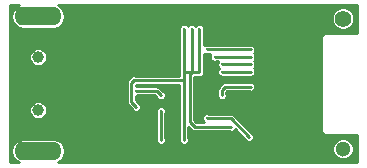
<source format=gbl>
G04 #@! TF.FileFunction,Copper,L2,Bot,Signal*
%FSLAX46Y46*%
G04 Gerber Fmt 4.6, Leading zero omitted, Abs format (unit mm)*
G04 Created by KiCad (PCBNEW 4.0.4-stable) date 11/24/16 00:35:13*
%MOMM*%
%LPD*%
G01*
G04 APERTURE LIST*
%ADD10C,0.100000*%
%ADD11O,4.000000X1.600000*%
%ADD12C,1.000000*%
%ADD13C,1.300000*%
%ADD14C,1.400000*%
%ADD15C,0.327000*%
%ADD16C,0.254000*%
%ADD17C,0.127000*%
G04 APERTURE END LIST*
D10*
D11*
X102700000Y-112700000D03*
D12*
X102700000Y-109250000D03*
X102700000Y-104750000D03*
D11*
X102700000Y-101300000D03*
D13*
X128500000Y-112500000D03*
D14*
X128500000Y-101500000D03*
D15*
X113090000Y-111790000D03*
X113086821Y-109286821D03*
X125500000Y-111500000D03*
X110800000Y-101900000D03*
X120600000Y-101900000D03*
X117400000Y-100900000D03*
X122500000Y-108450000D03*
X118900000Y-112200000D03*
X109300000Y-112200000D03*
X110800000Y-103000000D03*
X116325000Y-107325000D03*
X108000000Y-110200000D03*
X107000000Y-103500000D03*
X118915000Y-109290000D03*
X116349106Y-109925000D03*
X116986821Y-107336821D03*
X116986821Y-107986821D03*
X116336821Y-107986821D03*
X114375000Y-108649106D03*
X110800000Y-106700000D03*
X119015000Y-110665000D03*
X111000000Y-108950000D03*
X115040000Y-111790000D03*
X115040000Y-107340000D03*
X115040000Y-106690000D03*
X116340000Y-102340000D03*
X116340000Y-106040000D03*
X115040000Y-102340000D03*
X115040000Y-106040000D03*
X115690000Y-102340000D03*
X115690000Y-106040000D03*
X120550000Y-111500000D03*
X116986821Y-109936821D03*
X120675000Y-107250000D03*
X118250000Y-108000000D03*
X111000000Y-107615000D03*
X113090000Y-107990000D03*
X120675000Y-104725000D03*
X117625000Y-104725000D03*
X120675000Y-104100000D03*
X116950000Y-104100000D03*
X120675000Y-106025000D03*
X118286821Y-106036821D03*
X120675000Y-105375000D03*
X118275000Y-105375000D03*
D16*
X113086821Y-109286821D02*
X113086821Y-110360743D01*
D17*
X113086821Y-110360743D02*
X113090000Y-110363922D01*
D16*
X113090000Y-110363922D02*
X113090000Y-111790000D01*
X110800000Y-106700000D02*
X110582499Y-106917501D01*
X110582499Y-106917501D02*
X110582499Y-108532499D01*
X110582499Y-108532499D02*
X110836501Y-108786501D01*
X110836501Y-108786501D02*
X111000000Y-108950000D01*
X115040000Y-106690000D02*
X110810000Y-106690000D01*
X110810000Y-106690000D02*
X110800000Y-106700000D01*
X115526501Y-110251501D02*
X115940000Y-110665000D01*
X115940000Y-110665000D02*
X119015000Y-110665000D01*
X115690000Y-106040000D02*
X115526501Y-106203499D01*
X115526501Y-106203499D02*
X115526501Y-110251501D01*
X115040000Y-106040000D02*
X116340000Y-106040000D01*
X115040000Y-107340000D02*
X115040000Y-106040000D01*
X115040000Y-107340000D02*
X115040000Y-111790000D01*
X116340000Y-106040000D02*
X116340000Y-102340000D01*
X115040000Y-106040000D02*
X115040000Y-102340000D01*
X115690000Y-106040000D02*
X115690000Y-102340000D01*
X116986821Y-109936821D02*
X118986821Y-109936821D01*
X118986821Y-109936821D02*
X120550000Y-111500000D01*
X118250000Y-107550000D02*
X118550000Y-107250000D01*
X118550000Y-107250000D02*
X120675000Y-107250000D01*
X118250000Y-108000000D02*
X118250000Y-107550000D01*
X111000000Y-107615000D02*
X112715000Y-107615000D01*
X113090000Y-107990000D02*
X112715000Y-107615000D01*
X117625000Y-104725000D02*
X120675000Y-104725000D01*
X116950000Y-104100000D02*
X120675000Y-104100000D01*
X118286821Y-106036821D02*
X120663179Y-106036821D01*
X120663179Y-106036821D02*
X120675000Y-106025000D01*
X118275000Y-105375000D02*
X120675000Y-105375000D01*
G36*
X100710551Y-100554709D02*
X100482073Y-100896652D01*
X100401842Y-101300000D01*
X100482073Y-101703348D01*
X100710551Y-102045291D01*
X101052494Y-102273769D01*
X101455842Y-102354000D01*
X103944158Y-102354000D01*
X104347506Y-102273769D01*
X104689449Y-102045291D01*
X104917927Y-101703348D01*
X104920794Y-101688930D01*
X127545835Y-101688930D01*
X127690767Y-102039692D01*
X127958897Y-102308290D01*
X128309405Y-102453834D01*
X128688930Y-102454165D01*
X129039692Y-102309233D01*
X129308290Y-102041103D01*
X129453834Y-101690595D01*
X129454165Y-101311070D01*
X129309233Y-100960308D01*
X129041103Y-100691710D01*
X128690595Y-100546166D01*
X128311070Y-100545835D01*
X127960308Y-100690767D01*
X127691710Y-100958897D01*
X127546166Y-101309405D01*
X127545835Y-101688930D01*
X104920794Y-101688930D01*
X104998158Y-101300000D01*
X104917927Y-100896652D01*
X104689449Y-100554709D01*
X104351650Y-100329000D01*
X129671000Y-100329000D01*
X129671000Y-102671000D01*
X127000000Y-102671000D01*
X126874097Y-102696044D01*
X126767362Y-102767362D01*
X126696044Y-102874097D01*
X126671000Y-103000000D01*
X126671000Y-111000000D01*
X126696044Y-111125903D01*
X126767362Y-111232638D01*
X126874097Y-111303956D01*
X127000000Y-111329000D01*
X129671000Y-111329000D01*
X129671000Y-113671000D01*
X104351650Y-113671000D01*
X104689449Y-113445291D01*
X104917927Y-113103348D01*
X104998158Y-112700000D01*
X104993987Y-112679028D01*
X127595844Y-112679028D01*
X127733180Y-113011406D01*
X127987257Y-113265927D01*
X128319394Y-113403842D01*
X128679028Y-113404156D01*
X129011406Y-113266820D01*
X129265927Y-113012743D01*
X129403842Y-112680606D01*
X129404156Y-112320972D01*
X129266820Y-111988594D01*
X129012743Y-111734073D01*
X128680606Y-111596158D01*
X128320972Y-111595844D01*
X127988594Y-111733180D01*
X127734073Y-111987257D01*
X127596158Y-112319394D01*
X127595844Y-112679028D01*
X104993987Y-112679028D01*
X104917927Y-112296652D01*
X104689449Y-111954709D01*
X104347506Y-111726231D01*
X103944158Y-111646000D01*
X101455842Y-111646000D01*
X101052494Y-111726231D01*
X100710551Y-111954709D01*
X100482073Y-112296652D01*
X100401842Y-112700000D01*
X100482073Y-113103348D01*
X100710551Y-113445291D01*
X101048350Y-113671000D01*
X100329000Y-113671000D01*
X100329000Y-109399322D01*
X101945869Y-109399322D01*
X102060417Y-109676549D01*
X102272336Y-109888838D01*
X102549362Y-110003869D01*
X102849322Y-110004131D01*
X103126549Y-109889583D01*
X103338838Y-109677664D01*
X103453869Y-109400638D01*
X103453896Y-109369502D01*
X112669249Y-109369502D01*
X112705821Y-109458013D01*
X112705821Y-110360743D01*
X112709000Y-110376725D01*
X112709000Y-111618864D01*
X112672573Y-111706590D01*
X112672428Y-111872681D01*
X112735855Y-112026186D01*
X112853197Y-112143733D01*
X113006590Y-112207427D01*
X113172681Y-112207572D01*
X113326186Y-112144145D01*
X113443733Y-112026803D01*
X113507427Y-111873410D01*
X113507572Y-111707319D01*
X113471000Y-111618808D01*
X113471000Y-110363922D01*
X113467821Y-110347940D01*
X113467821Y-109457957D01*
X113504248Y-109370231D01*
X113504393Y-109204140D01*
X113440966Y-109050635D01*
X113323624Y-108933088D01*
X113170231Y-108869394D01*
X113004140Y-108869249D01*
X112850635Y-108932676D01*
X112733088Y-109050018D01*
X112669394Y-109203411D01*
X112669249Y-109369502D01*
X103453896Y-109369502D01*
X103454131Y-109100678D01*
X103339583Y-108823451D01*
X103127664Y-108611162D01*
X102850638Y-108496131D01*
X102550678Y-108495869D01*
X102273451Y-108610417D01*
X102061162Y-108822336D01*
X101946131Y-109099362D01*
X101945869Y-109399322D01*
X100329000Y-109399322D01*
X100329000Y-106917501D01*
X110201499Y-106917501D01*
X110201499Y-108532499D01*
X110230501Y-108678302D01*
X110313091Y-108801907D01*
X110609581Y-109098397D01*
X110645855Y-109186186D01*
X110763197Y-109303733D01*
X110916590Y-109367427D01*
X111082681Y-109367572D01*
X111236186Y-109304145D01*
X111353733Y-109186803D01*
X111417427Y-109033410D01*
X111417572Y-108867319D01*
X111354145Y-108713814D01*
X111236803Y-108596267D01*
X111148357Y-108559541D01*
X110963499Y-108374683D01*
X110963499Y-108032468D01*
X111082681Y-108032572D01*
X111171192Y-107996000D01*
X112557184Y-107996000D01*
X112699582Y-108138398D01*
X112735855Y-108226186D01*
X112853197Y-108343733D01*
X113006590Y-108407427D01*
X113172681Y-108407572D01*
X113326186Y-108344145D01*
X113443733Y-108226803D01*
X113507427Y-108073410D01*
X113507572Y-107907319D01*
X113444145Y-107753814D01*
X113326803Y-107636267D01*
X113238357Y-107599541D01*
X112984408Y-107345592D01*
X112860803Y-107263002D01*
X112715000Y-107234000D01*
X111171136Y-107234000D01*
X111083410Y-107197573D01*
X110963499Y-107197468D01*
X110963499Y-107084179D01*
X110995394Y-107071000D01*
X114659000Y-107071000D01*
X114659000Y-107168864D01*
X114622573Y-107256590D01*
X114622428Y-107422681D01*
X114659000Y-107511192D01*
X114659000Y-111618864D01*
X114622573Y-111706590D01*
X114622428Y-111872681D01*
X114685855Y-112026186D01*
X114803197Y-112143733D01*
X114956590Y-112207427D01*
X115122681Y-112207572D01*
X115276186Y-112144145D01*
X115393733Y-112026803D01*
X115457427Y-111873410D01*
X115457572Y-111707319D01*
X115421000Y-111618808D01*
X115421000Y-110684816D01*
X115670592Y-110934408D01*
X115794197Y-111016998D01*
X115940000Y-111046001D01*
X115940005Y-111046000D01*
X118843864Y-111046000D01*
X118931590Y-111082427D01*
X119097681Y-111082572D01*
X119251186Y-111019145D01*
X119368733Y-110901803D01*
X119381717Y-110870533D01*
X120159582Y-111648398D01*
X120195855Y-111736186D01*
X120313197Y-111853733D01*
X120466590Y-111917427D01*
X120632681Y-111917572D01*
X120786186Y-111854145D01*
X120903733Y-111736803D01*
X120967427Y-111583410D01*
X120967572Y-111417319D01*
X120904145Y-111263814D01*
X120786803Y-111146267D01*
X120698357Y-111109541D01*
X119256229Y-109667413D01*
X119132624Y-109584823D01*
X118986821Y-109555821D01*
X117157957Y-109555821D01*
X117070231Y-109519394D01*
X116904140Y-109519249D01*
X116750635Y-109582676D01*
X116633088Y-109700018D01*
X116569394Y-109853411D01*
X116569249Y-110019502D01*
X116632676Y-110173007D01*
X116743475Y-110284000D01*
X116097816Y-110284000D01*
X115907501Y-110093685D01*
X115907501Y-108082681D01*
X117832428Y-108082681D01*
X117895855Y-108236186D01*
X118013197Y-108353733D01*
X118166590Y-108417427D01*
X118332681Y-108417572D01*
X118486186Y-108354145D01*
X118603733Y-108236803D01*
X118667427Y-108083410D01*
X118667572Y-107917319D01*
X118631000Y-107828808D01*
X118631000Y-107707816D01*
X118707816Y-107631000D01*
X120503864Y-107631000D01*
X120591590Y-107667427D01*
X120757681Y-107667572D01*
X120911186Y-107604145D01*
X121028733Y-107486803D01*
X121092427Y-107333410D01*
X121092572Y-107167319D01*
X121029145Y-107013814D01*
X120911803Y-106896267D01*
X120758410Y-106832573D01*
X120592319Y-106832428D01*
X120503808Y-106869000D01*
X118550000Y-106869000D01*
X118404197Y-106898002D01*
X118280592Y-106980592D01*
X117980592Y-107280592D01*
X117898002Y-107404197D01*
X117898002Y-107404198D01*
X117869000Y-107550000D01*
X117869000Y-107828864D01*
X117832573Y-107916590D01*
X117832428Y-108082681D01*
X115907501Y-108082681D01*
X115907501Y-106421000D01*
X116168864Y-106421000D01*
X116256590Y-106457427D01*
X116422681Y-106457572D01*
X116576186Y-106394145D01*
X116693733Y-106276803D01*
X116757427Y-106123410D01*
X116757572Y-105957319D01*
X116721000Y-105868808D01*
X116721000Y-104456973D01*
X116866590Y-104517427D01*
X117032681Y-104517572D01*
X117121192Y-104481000D01*
X117278477Y-104481000D01*
X117271267Y-104488197D01*
X117207573Y-104641590D01*
X117207428Y-104807681D01*
X117270855Y-104961186D01*
X117388197Y-105078733D01*
X117541590Y-105142427D01*
X117707681Y-105142572D01*
X117796192Y-105106000D01*
X117953520Y-105106000D01*
X117921267Y-105138197D01*
X117857573Y-105291590D01*
X117857428Y-105457681D01*
X117920855Y-105611186D01*
X118021377Y-105711883D01*
X117933088Y-105800018D01*
X117869394Y-105953411D01*
X117869249Y-106119502D01*
X117932676Y-106273007D01*
X118050018Y-106390554D01*
X118203411Y-106454248D01*
X118369502Y-106454393D01*
X118458013Y-106417821D01*
X120532332Y-106417821D01*
X120591590Y-106442427D01*
X120757681Y-106442572D01*
X120911186Y-106379145D01*
X121028733Y-106261803D01*
X121092427Y-106108410D01*
X121092572Y-105942319D01*
X121029145Y-105788814D01*
X120940434Y-105699948D01*
X121028733Y-105611803D01*
X121092427Y-105458410D01*
X121092572Y-105292319D01*
X121029145Y-105138814D01*
X120940434Y-105049948D01*
X121028733Y-104961803D01*
X121092427Y-104808410D01*
X121092572Y-104642319D01*
X121029145Y-104488814D01*
X120952934Y-104412470D01*
X121028733Y-104336803D01*
X121092427Y-104183410D01*
X121092572Y-104017319D01*
X121029145Y-103863814D01*
X120911803Y-103746267D01*
X120758410Y-103682573D01*
X120592319Y-103682428D01*
X120503808Y-103719000D01*
X117121136Y-103719000D01*
X117033410Y-103682573D01*
X116867319Y-103682428D01*
X116721000Y-103742886D01*
X116721000Y-102511136D01*
X116757427Y-102423410D01*
X116757572Y-102257319D01*
X116694145Y-102103814D01*
X116576803Y-101986267D01*
X116423410Y-101922573D01*
X116257319Y-101922428D01*
X116103814Y-101985855D01*
X116014948Y-102074566D01*
X115926803Y-101986267D01*
X115773410Y-101922573D01*
X115607319Y-101922428D01*
X115453814Y-101985855D01*
X115364948Y-102074566D01*
X115276803Y-101986267D01*
X115123410Y-101922573D01*
X114957319Y-101922428D01*
X114803814Y-101985855D01*
X114686267Y-102103197D01*
X114622573Y-102256590D01*
X114622428Y-102422681D01*
X114659000Y-102511192D01*
X114659000Y-105868864D01*
X114622573Y-105956590D01*
X114622428Y-106122681D01*
X114659000Y-106211192D01*
X114659000Y-106309000D01*
X110947054Y-106309000D01*
X110883410Y-106282573D01*
X110717319Y-106282428D01*
X110563814Y-106345855D01*
X110446267Y-106463197D01*
X110409541Y-106551643D01*
X110313091Y-106648093D01*
X110230501Y-106771698D01*
X110205805Y-106895855D01*
X110201499Y-106917501D01*
X100329000Y-106917501D01*
X100329000Y-104899322D01*
X101945869Y-104899322D01*
X102060417Y-105176549D01*
X102272336Y-105388838D01*
X102549362Y-105503869D01*
X102849322Y-105504131D01*
X103126549Y-105389583D01*
X103338838Y-105177664D01*
X103453869Y-104900638D01*
X103454131Y-104600678D01*
X103339583Y-104323451D01*
X103127664Y-104111162D01*
X102850638Y-103996131D01*
X102550678Y-103995869D01*
X102273451Y-104110417D01*
X102061162Y-104322336D01*
X101946131Y-104599362D01*
X101945869Y-104899322D01*
X100329000Y-104899322D01*
X100329000Y-100329000D01*
X101048350Y-100329000D01*
X100710551Y-100554709D01*
X100710551Y-100554709D01*
G37*
X100710551Y-100554709D02*
X100482073Y-100896652D01*
X100401842Y-101300000D01*
X100482073Y-101703348D01*
X100710551Y-102045291D01*
X101052494Y-102273769D01*
X101455842Y-102354000D01*
X103944158Y-102354000D01*
X104347506Y-102273769D01*
X104689449Y-102045291D01*
X104917927Y-101703348D01*
X104920794Y-101688930D01*
X127545835Y-101688930D01*
X127690767Y-102039692D01*
X127958897Y-102308290D01*
X128309405Y-102453834D01*
X128688930Y-102454165D01*
X129039692Y-102309233D01*
X129308290Y-102041103D01*
X129453834Y-101690595D01*
X129454165Y-101311070D01*
X129309233Y-100960308D01*
X129041103Y-100691710D01*
X128690595Y-100546166D01*
X128311070Y-100545835D01*
X127960308Y-100690767D01*
X127691710Y-100958897D01*
X127546166Y-101309405D01*
X127545835Y-101688930D01*
X104920794Y-101688930D01*
X104998158Y-101300000D01*
X104917927Y-100896652D01*
X104689449Y-100554709D01*
X104351650Y-100329000D01*
X129671000Y-100329000D01*
X129671000Y-102671000D01*
X127000000Y-102671000D01*
X126874097Y-102696044D01*
X126767362Y-102767362D01*
X126696044Y-102874097D01*
X126671000Y-103000000D01*
X126671000Y-111000000D01*
X126696044Y-111125903D01*
X126767362Y-111232638D01*
X126874097Y-111303956D01*
X127000000Y-111329000D01*
X129671000Y-111329000D01*
X129671000Y-113671000D01*
X104351650Y-113671000D01*
X104689449Y-113445291D01*
X104917927Y-113103348D01*
X104998158Y-112700000D01*
X104993987Y-112679028D01*
X127595844Y-112679028D01*
X127733180Y-113011406D01*
X127987257Y-113265927D01*
X128319394Y-113403842D01*
X128679028Y-113404156D01*
X129011406Y-113266820D01*
X129265927Y-113012743D01*
X129403842Y-112680606D01*
X129404156Y-112320972D01*
X129266820Y-111988594D01*
X129012743Y-111734073D01*
X128680606Y-111596158D01*
X128320972Y-111595844D01*
X127988594Y-111733180D01*
X127734073Y-111987257D01*
X127596158Y-112319394D01*
X127595844Y-112679028D01*
X104993987Y-112679028D01*
X104917927Y-112296652D01*
X104689449Y-111954709D01*
X104347506Y-111726231D01*
X103944158Y-111646000D01*
X101455842Y-111646000D01*
X101052494Y-111726231D01*
X100710551Y-111954709D01*
X100482073Y-112296652D01*
X100401842Y-112700000D01*
X100482073Y-113103348D01*
X100710551Y-113445291D01*
X101048350Y-113671000D01*
X100329000Y-113671000D01*
X100329000Y-109399322D01*
X101945869Y-109399322D01*
X102060417Y-109676549D01*
X102272336Y-109888838D01*
X102549362Y-110003869D01*
X102849322Y-110004131D01*
X103126549Y-109889583D01*
X103338838Y-109677664D01*
X103453869Y-109400638D01*
X103453896Y-109369502D01*
X112669249Y-109369502D01*
X112705821Y-109458013D01*
X112705821Y-110360743D01*
X112709000Y-110376725D01*
X112709000Y-111618864D01*
X112672573Y-111706590D01*
X112672428Y-111872681D01*
X112735855Y-112026186D01*
X112853197Y-112143733D01*
X113006590Y-112207427D01*
X113172681Y-112207572D01*
X113326186Y-112144145D01*
X113443733Y-112026803D01*
X113507427Y-111873410D01*
X113507572Y-111707319D01*
X113471000Y-111618808D01*
X113471000Y-110363922D01*
X113467821Y-110347940D01*
X113467821Y-109457957D01*
X113504248Y-109370231D01*
X113504393Y-109204140D01*
X113440966Y-109050635D01*
X113323624Y-108933088D01*
X113170231Y-108869394D01*
X113004140Y-108869249D01*
X112850635Y-108932676D01*
X112733088Y-109050018D01*
X112669394Y-109203411D01*
X112669249Y-109369502D01*
X103453896Y-109369502D01*
X103454131Y-109100678D01*
X103339583Y-108823451D01*
X103127664Y-108611162D01*
X102850638Y-108496131D01*
X102550678Y-108495869D01*
X102273451Y-108610417D01*
X102061162Y-108822336D01*
X101946131Y-109099362D01*
X101945869Y-109399322D01*
X100329000Y-109399322D01*
X100329000Y-106917501D01*
X110201499Y-106917501D01*
X110201499Y-108532499D01*
X110230501Y-108678302D01*
X110313091Y-108801907D01*
X110609581Y-109098397D01*
X110645855Y-109186186D01*
X110763197Y-109303733D01*
X110916590Y-109367427D01*
X111082681Y-109367572D01*
X111236186Y-109304145D01*
X111353733Y-109186803D01*
X111417427Y-109033410D01*
X111417572Y-108867319D01*
X111354145Y-108713814D01*
X111236803Y-108596267D01*
X111148357Y-108559541D01*
X110963499Y-108374683D01*
X110963499Y-108032468D01*
X111082681Y-108032572D01*
X111171192Y-107996000D01*
X112557184Y-107996000D01*
X112699582Y-108138398D01*
X112735855Y-108226186D01*
X112853197Y-108343733D01*
X113006590Y-108407427D01*
X113172681Y-108407572D01*
X113326186Y-108344145D01*
X113443733Y-108226803D01*
X113507427Y-108073410D01*
X113507572Y-107907319D01*
X113444145Y-107753814D01*
X113326803Y-107636267D01*
X113238357Y-107599541D01*
X112984408Y-107345592D01*
X112860803Y-107263002D01*
X112715000Y-107234000D01*
X111171136Y-107234000D01*
X111083410Y-107197573D01*
X110963499Y-107197468D01*
X110963499Y-107084179D01*
X110995394Y-107071000D01*
X114659000Y-107071000D01*
X114659000Y-107168864D01*
X114622573Y-107256590D01*
X114622428Y-107422681D01*
X114659000Y-107511192D01*
X114659000Y-111618864D01*
X114622573Y-111706590D01*
X114622428Y-111872681D01*
X114685855Y-112026186D01*
X114803197Y-112143733D01*
X114956590Y-112207427D01*
X115122681Y-112207572D01*
X115276186Y-112144145D01*
X115393733Y-112026803D01*
X115457427Y-111873410D01*
X115457572Y-111707319D01*
X115421000Y-111618808D01*
X115421000Y-110684816D01*
X115670592Y-110934408D01*
X115794197Y-111016998D01*
X115940000Y-111046001D01*
X115940005Y-111046000D01*
X118843864Y-111046000D01*
X118931590Y-111082427D01*
X119097681Y-111082572D01*
X119251186Y-111019145D01*
X119368733Y-110901803D01*
X119381717Y-110870533D01*
X120159582Y-111648398D01*
X120195855Y-111736186D01*
X120313197Y-111853733D01*
X120466590Y-111917427D01*
X120632681Y-111917572D01*
X120786186Y-111854145D01*
X120903733Y-111736803D01*
X120967427Y-111583410D01*
X120967572Y-111417319D01*
X120904145Y-111263814D01*
X120786803Y-111146267D01*
X120698357Y-111109541D01*
X119256229Y-109667413D01*
X119132624Y-109584823D01*
X118986821Y-109555821D01*
X117157957Y-109555821D01*
X117070231Y-109519394D01*
X116904140Y-109519249D01*
X116750635Y-109582676D01*
X116633088Y-109700018D01*
X116569394Y-109853411D01*
X116569249Y-110019502D01*
X116632676Y-110173007D01*
X116743475Y-110284000D01*
X116097816Y-110284000D01*
X115907501Y-110093685D01*
X115907501Y-108082681D01*
X117832428Y-108082681D01*
X117895855Y-108236186D01*
X118013197Y-108353733D01*
X118166590Y-108417427D01*
X118332681Y-108417572D01*
X118486186Y-108354145D01*
X118603733Y-108236803D01*
X118667427Y-108083410D01*
X118667572Y-107917319D01*
X118631000Y-107828808D01*
X118631000Y-107707816D01*
X118707816Y-107631000D01*
X120503864Y-107631000D01*
X120591590Y-107667427D01*
X120757681Y-107667572D01*
X120911186Y-107604145D01*
X121028733Y-107486803D01*
X121092427Y-107333410D01*
X121092572Y-107167319D01*
X121029145Y-107013814D01*
X120911803Y-106896267D01*
X120758410Y-106832573D01*
X120592319Y-106832428D01*
X120503808Y-106869000D01*
X118550000Y-106869000D01*
X118404197Y-106898002D01*
X118280592Y-106980592D01*
X117980592Y-107280592D01*
X117898002Y-107404197D01*
X117898002Y-107404198D01*
X117869000Y-107550000D01*
X117869000Y-107828864D01*
X117832573Y-107916590D01*
X117832428Y-108082681D01*
X115907501Y-108082681D01*
X115907501Y-106421000D01*
X116168864Y-106421000D01*
X116256590Y-106457427D01*
X116422681Y-106457572D01*
X116576186Y-106394145D01*
X116693733Y-106276803D01*
X116757427Y-106123410D01*
X116757572Y-105957319D01*
X116721000Y-105868808D01*
X116721000Y-104456973D01*
X116866590Y-104517427D01*
X117032681Y-104517572D01*
X117121192Y-104481000D01*
X117278477Y-104481000D01*
X117271267Y-104488197D01*
X117207573Y-104641590D01*
X117207428Y-104807681D01*
X117270855Y-104961186D01*
X117388197Y-105078733D01*
X117541590Y-105142427D01*
X117707681Y-105142572D01*
X117796192Y-105106000D01*
X117953520Y-105106000D01*
X117921267Y-105138197D01*
X117857573Y-105291590D01*
X117857428Y-105457681D01*
X117920855Y-105611186D01*
X118021377Y-105711883D01*
X117933088Y-105800018D01*
X117869394Y-105953411D01*
X117869249Y-106119502D01*
X117932676Y-106273007D01*
X118050018Y-106390554D01*
X118203411Y-106454248D01*
X118369502Y-106454393D01*
X118458013Y-106417821D01*
X120532332Y-106417821D01*
X120591590Y-106442427D01*
X120757681Y-106442572D01*
X120911186Y-106379145D01*
X121028733Y-106261803D01*
X121092427Y-106108410D01*
X121092572Y-105942319D01*
X121029145Y-105788814D01*
X120940434Y-105699948D01*
X121028733Y-105611803D01*
X121092427Y-105458410D01*
X121092572Y-105292319D01*
X121029145Y-105138814D01*
X120940434Y-105049948D01*
X121028733Y-104961803D01*
X121092427Y-104808410D01*
X121092572Y-104642319D01*
X121029145Y-104488814D01*
X120952934Y-104412470D01*
X121028733Y-104336803D01*
X121092427Y-104183410D01*
X121092572Y-104017319D01*
X121029145Y-103863814D01*
X120911803Y-103746267D01*
X120758410Y-103682573D01*
X120592319Y-103682428D01*
X120503808Y-103719000D01*
X117121136Y-103719000D01*
X117033410Y-103682573D01*
X116867319Y-103682428D01*
X116721000Y-103742886D01*
X116721000Y-102511136D01*
X116757427Y-102423410D01*
X116757572Y-102257319D01*
X116694145Y-102103814D01*
X116576803Y-101986267D01*
X116423410Y-101922573D01*
X116257319Y-101922428D01*
X116103814Y-101985855D01*
X116014948Y-102074566D01*
X115926803Y-101986267D01*
X115773410Y-101922573D01*
X115607319Y-101922428D01*
X115453814Y-101985855D01*
X115364948Y-102074566D01*
X115276803Y-101986267D01*
X115123410Y-101922573D01*
X114957319Y-101922428D01*
X114803814Y-101985855D01*
X114686267Y-102103197D01*
X114622573Y-102256590D01*
X114622428Y-102422681D01*
X114659000Y-102511192D01*
X114659000Y-105868864D01*
X114622573Y-105956590D01*
X114622428Y-106122681D01*
X114659000Y-106211192D01*
X114659000Y-106309000D01*
X110947054Y-106309000D01*
X110883410Y-106282573D01*
X110717319Y-106282428D01*
X110563814Y-106345855D01*
X110446267Y-106463197D01*
X110409541Y-106551643D01*
X110313091Y-106648093D01*
X110230501Y-106771698D01*
X110205805Y-106895855D01*
X110201499Y-106917501D01*
X100329000Y-106917501D01*
X100329000Y-104899322D01*
X101945869Y-104899322D01*
X102060417Y-105176549D01*
X102272336Y-105388838D01*
X102549362Y-105503869D01*
X102849322Y-105504131D01*
X103126549Y-105389583D01*
X103338838Y-105177664D01*
X103453869Y-104900638D01*
X103454131Y-104600678D01*
X103339583Y-104323451D01*
X103127664Y-104111162D01*
X102850638Y-103996131D01*
X102550678Y-103995869D01*
X102273451Y-104110417D01*
X102061162Y-104322336D01*
X101946131Y-104599362D01*
X101945869Y-104899322D01*
X100329000Y-104899322D01*
X100329000Y-100329000D01*
X101048350Y-100329000D01*
X100710551Y-100554709D01*
M02*

</source>
